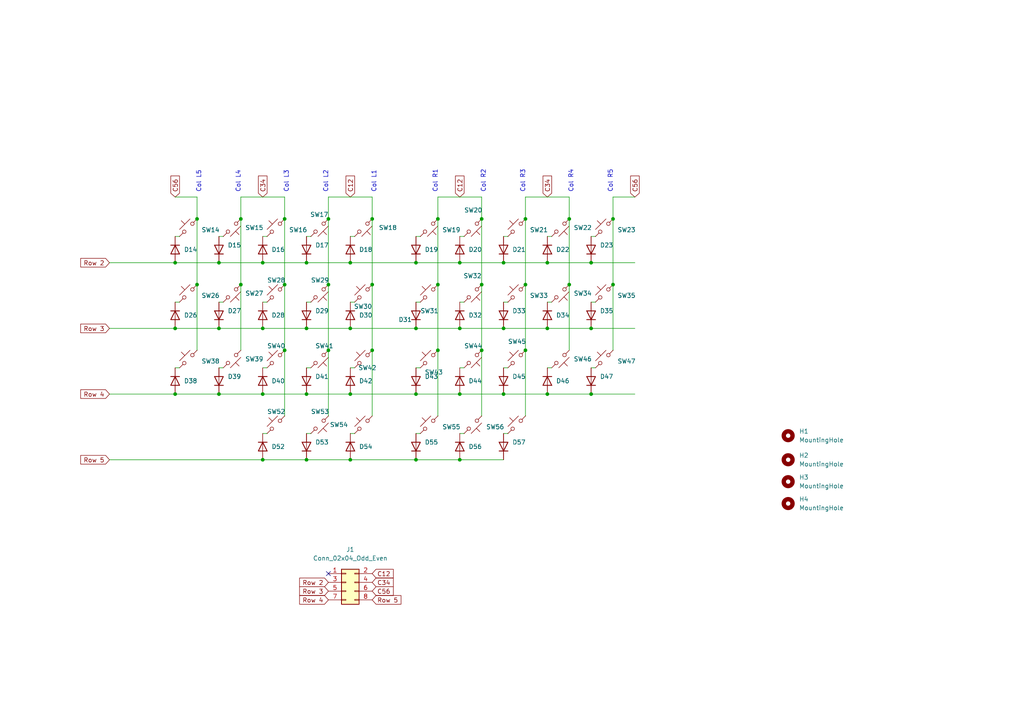
<source format=kicad_sch>
(kicad_sch (version 20230121) (generator eeschema)
  (paper "A4")
  (title_block (title "36A") (date "2023-05-24") (rev "1") (company "Pragmatic Inc."))
  (lib_symbols
    (symbol "Connector_Generic:Conn_02x04_Odd_Even" (pin_names (offset 1.016) hide)
      (property "Reference" "J" (at 1.27 5.08 0))
      (property "Value" "Conn_02x04_Odd_Even" (at 1.27 -7.62 0))
      (symbol "Conn_02x04_Odd_Even_1_1"
        (rectangle (start -1.27 -4.953) (end 0 -5.207) (stroke (width 0.1524)))
        (rectangle (start -1.27 -2.413) (end 0 -2.667) (stroke (width 0.1524)))
        (rectangle (start -1.27 0.127) (end 0 -0.127) (stroke (width 0.1524)))
        (rectangle (start -1.27 2.667) (end 0 2.413) (stroke (width 0.1524)))
        (rectangle (start -1.27 3.81) (end 3.81 -6.35) (stroke (width 0.254)) (fill (type background)))
        (rectangle (start 3.81 -4.953) (end 2.54 -5.207) (stroke (width 0.1524)))
        (rectangle (start 3.81 -2.413) (end 2.54 -2.667) (stroke (width 0.1524)))
        (rectangle (start 3.81 0.127) (end 2.54 -0.127) (stroke (width 0.1524)))
        (rectangle (start 3.81 2.667) (end 2.54 2.413) (stroke (width 0.1524)))
        (pin passive line (at -5.08 2.54 0) (length 3.81) (name "Pin_1") (number "1"))
        (pin passive line (at 7.62 2.54 180) (length 3.81) (name "Pin_2") (number "2"))
        (pin passive line (at -5.08 0 0) (length 3.81) (name "Pin_3") (number "3"))
        (pin passive line (at 7.62 0 180) (length 3.81) (name "Pin_4") (number "4"))
        (pin passive line (at -5.08 -2.54 0) (length 3.81) (name "Pin_5") (number "5"))
        (pin passive line (at 7.62 -2.54 180) (length 3.81) (name "Pin_6") (number "6"))
        (pin passive line (at -5.08 -5.08 0) (length 3.81) (name "Pin_7") (number "7"))
        (pin passive line (at 7.62 -5.08 180) (length 3.81) (name "Pin_8") (number "8"))
      )
    )
    (symbol "Diode:1N4448W" (pin_numbers hide) (pin_names hide)
      (property "Reference" "D" (at 0 2.54 0))
      (property "Value" "1N4448W" (at 0 -2.54 0))
      (symbol "1N4448W_0_1"
        (polyline (pts (xy -1.27 1.27) (xy -1.27 -1.27)) (stroke (width 0.254)))
        (polyline (pts (xy 1.27 0) (xy -1.27 0)))
        (polyline (pts (xy 1.27 1.27) (xy 1.27 -1.27) (xy -1.27 0) (xy 1.27 1.27)) (stroke (width 0.254)))
      )
      (symbol "1N4448W_1_1"
        (pin passive line (at -3.81 0 0) (length 2.54) (name "K") (number "1"))
        (pin passive line (at 3.81 0 180) (length 2.54) (name "A") (number "2"))
      )
    )
    (symbol "Mechanical:MountingHole" (pin_names (offset 1.016))
      (property "Reference" "H" (at 0 5.08 0))
      (property "Value" "MountingHole" (at 0 3.175 0))
      (symbol "MountingHole_0_1"
        (circle (center 0 0) (radius 1.27) (stroke (width 1.27)))
      )
    )
    (symbol "Switch:SW_Push_45deg" (pin_numbers hide) (pin_names (offset 1.016) hide)
      (property "Reference" "SW" (at 3.048 1.016 0))
      (property "Value" "SW_Push_45deg" (at 0 -3.81 0))
      (symbol "SW_Push_45deg_0_1"
        (circle (center -1.1684 1.1684) (radius 0.508))
        (polyline (pts (xy -0.508 2.54) (xy 2.54 -0.508)))
        (polyline (pts (xy 1.016 1.016) (xy 2.032 2.032)))
        (polyline (pts (xy -2.54 2.54) (xy -1.524 1.524) (xy -1.524 1.524)))
        (polyline (pts (xy 1.524 -1.524) (xy 2.54 -2.54) (xy 2.54 -2.54) (xy 2.54 -2.54)))
        (circle (center 1.143 -1.1938) (radius 0.508))
        (pin passive line (at -2.54 2.54 0) (length 0) (name "1") (number "1"))
        (pin passive line (at 2.54 -2.54 180) (length 0) (name "2") (number "2"))
      )
    )
  )
  (junction (at 139.7 101.6))
  (junction (at 101.6 95.25))
  (junction (at 146.05 95.25))
  (junction (at 88.9 95.25))
  (junction (at 177.8 82.55))
  (junction (at 82.55 63.5))
  (junction (at 57.15 63.5))
  (junction (at 171.45 76.2))
  (junction (at 63.5 76.2))
  (junction (at 95.25 63.5))
  (junction (at 101.6 133.35))
  (junction (at 171.45 95.25))
  (junction (at 152.4 63.5))
  (junction (at 57.15 82.55))
  (junction (at 158.75 95.25))
  (junction (at 50.8 95.25))
  (junction (at 127 63.5))
  (junction (at 88.9 114.3))
  (junction (at 82.55 82.55))
  (junction (at 76.2 114.3))
  (junction (at 76.2 133.35))
  (junction (at 127 101.6))
  (junction (at 107.95 63.5))
  (junction (at 139.7 82.55))
  (junction (at 139.7 63.5))
  (junction (at 127 82.55))
  (junction (at 120.65 76.2))
  (junction (at 120.65 133.35))
  (junction (at 165.1 63.5))
  (junction (at 133.35 95.25))
  (junction (at 133.35 114.3))
  (junction (at 146.05 114.3))
  (junction (at 120.65 114.3))
  (junction (at 63.5 95.25))
  (junction (at 152.4 82.55))
  (junction (at 76.2 95.25))
  (junction (at 88.9 76.2))
  (junction (at 50.8 114.3))
  (junction (at 165.1 82.55))
  (junction (at 133.35 133.35))
  (junction (at 133.35 76.2))
  (junction (at 50.8 76.2))
  (junction (at 101.6 114.3))
  (junction (at 120.65 95.25))
  (junction (at 171.45 114.3))
  (junction (at 76.2 76.2))
  (junction (at 69.85 63.5))
  (junction (at 69.85 82.55))
  (junction (at 63.5 114.3))
  (junction (at 177.8 63.5))
  (junction (at 101.6 76.2))
  (junction (at 95.25 82.55))
  (junction (at 158.75 76.2))
  (junction (at 95.25 101.6))
  (junction (at 158.75 114.3))
  (junction (at 82.55 101.6))
  (junction (at 107.95 82.55))
  (junction (at 152.4 101.6))
  (junction (at 88.9 133.35))
  (junction (at 107.95 101.6))
  (junction (at 146.05 76.2))
  (no_connect (at 95.25 166.37))
  (wire (pts (xy 177.8 82.55) (xy 177.8 101.6)))
  (wire (pts (xy 95.25 101.6) (xy 95.25 120.65)))
  (wire (pts (xy 50.8 57.15) (xy 57.15 57.15)))
  (wire (pts (xy 172.72 87.63) (xy 171.45 87.63)))
  (wire (pts (xy 76.2 95.25) (xy 88.9 95.25)))
  (wire (pts (xy 76.2 114.3) (xy 88.9 114.3)))
  (wire (pts (xy 76.2 125.73) (xy 77.47 125.73)))
  (wire (pts (xy 165.1 57.15) (xy 165.1 63.5)))
  (wire (pts (xy 120.65 133.35) (xy 133.35 133.35)))
  (wire (pts (xy 69.85 57.15) (xy 69.85 63.5)))
  (wire (pts (xy 158.75 68.58) (xy 160.02 68.58)))
  (wire (pts (xy 76.2 87.63) (xy 77.47 87.63)))
  (wire (pts (xy 171.45 76.2) (xy 184.15 76.2)))
  (wire (pts (xy 158.75 76.2) (xy 171.45 76.2)))
  (wire (pts (xy 146.05 114.3) (xy 158.75 114.3)))
  (wire (pts (xy 76.2 133.35) (xy 88.9 133.35)))
  (wire (pts (xy 64.77 87.63) (xy 63.5 87.63)))
  (wire (pts (xy 133.35 68.58) (xy 134.62 68.58)))
  (wire (pts (xy 31.75 95.25) (xy 50.8 95.25)))
  (wire (pts (xy 147.32 87.63) (xy 146.05 87.63)))
  (wire (pts (xy 121.92 106.68) (xy 120.65 106.68)))
  (wire (pts (xy 95.25 57.15) (xy 107.95 57.15)))
  (wire (pts (xy 127 101.6) (xy 127 120.65)))
  (wire (pts (xy 121.92 68.58) (xy 120.65 68.58)))
  (wire (pts (xy 133.35 114.3) (xy 146.05 114.3)))
  (wire (pts (xy 101.6 106.68) (xy 102.87 106.68)))
  (wire (pts (xy 50.8 76.2) (xy 63.5 76.2)))
  (wire (pts (xy 158.75 114.3) (xy 171.45 114.3)))
  (wire (pts (xy 133.35 87.63) (xy 134.62 87.63)))
  (wire (pts (xy 95.25 82.55) (xy 95.25 101.6)))
  (wire (pts (xy 63.5 95.25) (xy 76.2 95.25)))
  (wire (pts (xy 90.17 68.58) (xy 88.9 68.58)))
  (wire (pts (xy 177.8 57.15) (xy 177.8 63.5)))
  (wire (pts (xy 57.15 82.55) (xy 57.15 101.6)))
  (wire (pts (xy 133.35 133.35) (xy 146.05 133.35)))
  (wire (pts (xy 158.75 106.68) (xy 160.02 106.68)))
  (wire (pts (xy 147.32 106.68) (xy 146.05 106.68)))
  (wire (pts (xy 127 82.55) (xy 127 101.6)))
  (wire (pts (xy 69.85 82.55) (xy 69.85 101.6)))
  (wire (pts (xy 139.7 82.55) (xy 139.7 101.6)))
  (wire (pts (xy 172.72 68.58) (xy 171.45 68.58)))
  (wire (pts (xy 177.8 63.5) (xy 177.8 82.55)))
  (wire (pts (xy 152.4 63.5) (xy 152.4 82.55)))
  (wire (pts (xy 120.65 76.2) (xy 133.35 76.2)))
  (wire (pts (xy 121.92 125.73) (xy 120.65 125.73)))
  (wire (pts (xy 158.75 95.25) (xy 171.45 95.25)))
  (wire (pts (xy 82.55 57.15) (xy 82.55 63.5)))
  (wire (pts (xy 165.1 63.5) (xy 165.1 82.55)))
  (wire (pts (xy 90.17 106.68) (xy 88.9 106.68)))
  (wire (pts (xy 50.8 95.25) (xy 63.5 95.25)))
  (wire (pts (xy 64.77 68.58) (xy 63.5 68.58)))
  (wire (pts (xy 88.9 76.2) (xy 101.6 76.2)))
  (wire (pts (xy 133.35 125.73) (xy 134.62 125.73)))
  (wire (pts (xy 147.32 125.73) (xy 146.05 125.73)))
  (wire (pts (xy 120.65 114.3) (xy 133.35 114.3)))
  (wire (pts (xy 121.92 87.63) (xy 120.65 87.63)))
  (wire (pts (xy 158.75 87.63) (xy 160.02 87.63)))
  (wire (pts (xy 82.55 63.5) (xy 82.55 82.55)))
  (wire (pts (xy 107.95 63.5) (xy 107.95 82.55)))
  (wire (pts (xy 133.35 76.2) (xy 146.05 76.2)))
  (wire (pts (xy 101.6 87.63) (xy 102.87 87.63)))
  (wire (pts (xy 152.4 57.15) (xy 165.1 57.15)))
  (wire (pts (xy 76.2 106.68) (xy 77.47 106.68)))
  (wire (pts (xy 127 63.5) (xy 127 82.55)))
  (wire (pts (xy 107.95 101.6) (xy 107.95 120.65)))
  (wire (pts (xy 133.35 95.25) (xy 146.05 95.25)))
  (wire (pts (xy 50.8 114.3) (xy 63.5 114.3)))
  (wire (pts (xy 165.1 82.55) (xy 165.1 101.6)))
  (wire (pts (xy 31.75 114.3) (xy 50.8 114.3)))
  (wire (pts (xy 90.17 87.63) (xy 88.9 87.63)))
  (wire (pts (xy 76.2 76.2) (xy 88.9 76.2)))
  (wire (pts (xy 152.4 57.15) (xy 152.4 63.5)))
  (wire (pts (xy 88.9 114.3) (xy 101.6 114.3)))
  (wire (pts (xy 139.7 63.5) (xy 139.7 82.55)))
  (wire (pts (xy 88.9 133.35) (xy 101.6 133.35)))
  (wire (pts (xy 107.95 82.55) (xy 107.95 101.6)))
  (wire (pts (xy 127 57.15) (xy 139.7 57.15)))
  (wire (pts (xy 63.5 114.3) (xy 76.2 114.3)))
  (wire (pts (xy 88.9 95.25) (xy 101.6 95.25)))
  (wire (pts (xy 101.6 114.3) (xy 120.65 114.3)))
  (wire (pts (xy 133.35 106.68) (xy 134.62 106.68)))
  (wire (pts (xy 152.4 101.6) (xy 152.4 120.65)))
  (wire (pts (xy 64.77 106.68) (xy 63.5 106.68)))
  (wire (pts (xy 177.8 57.15) (xy 184.15 57.15)))
  (wire (pts (xy 139.7 101.6) (xy 139.7 120.65)))
  (wire (pts (xy 95.25 63.5) (xy 95.25 82.55)))
  (wire (pts (xy 101.6 95.25) (xy 120.65 95.25)))
  (wire (pts (xy 147.32 68.58) (xy 146.05 68.58)))
  (wire (pts (xy 82.55 101.6) (xy 82.55 120.65)))
  (wire (pts (xy 57.15 57.15) (xy 57.15 63.5)))
  (wire (pts (xy 90.17 125.73) (xy 88.9 125.73)))
  (wire (pts (xy 76.2 68.58) (xy 77.47 68.58)))
  (wire (pts (xy 101.6 133.35) (xy 120.65 133.35)))
  (wire (pts (xy 69.85 57.15) (xy 82.55 57.15)))
  (wire (pts (xy 172.72 106.68) (xy 171.45 106.68)))
  (wire (pts (xy 69.85 63.5) (xy 69.85 82.55)))
  (wire (pts (xy 63.5 76.2) (xy 76.2 76.2)))
  (wire (pts (xy 101.6 68.58) (xy 102.87 68.58)))
  (wire (pts (xy 139.7 57.15) (xy 139.7 63.5)))
  (wire (pts (xy 127 57.15) (xy 127 63.5)))
  (wire (pts (xy 152.4 82.55) (xy 152.4 101.6)))
  (wire (pts (xy 31.75 133.35) (xy 76.2 133.35)))
  (wire (pts (xy 50.8 106.68) (xy 52.07 106.68)))
  (wire (pts (xy 171.45 95.25) (xy 184.15 95.25)))
  (wire (pts (xy 120.65 95.25) (xy 133.35 95.25)))
  (wire (pts (xy 50.8 87.63) (xy 52.07 87.63)))
  (wire (pts (xy 57.15 63.5) (xy 57.15 82.55)))
  (wire (pts (xy 171.45 114.3) (xy 184.15 114.3)))
  (wire (pts (xy 101.6 125.73) (xy 102.87 125.73)))
  (wire (pts (xy 101.6 76.2) (xy 120.65 76.2)))
  (wire (pts (xy 146.05 95.25) (xy 158.75 95.25)))
  (wire (pts (xy 107.95 57.15) (xy 107.95 63.5)))
  (wire (pts (xy 31.75 76.2) (xy 50.8 76.2)))
  (wire (pts (xy 146.05 76.2) (xy 158.75 76.2)))
  (wire (pts (xy 95.25 57.15) (xy 95.25 63.5)))
  (wire (pts (xy 50.8 68.58) (xy 52.07 68.58)))
  (wire (pts (xy 82.55 82.55) (xy 82.55 101.6)))
  (text "Col L4" (at 69.85 55.88 90) (effects (font (size 1.27 1.27)) (justify left bottom)))
  (text "Col R1" (at 127 55.88 90) (effects (font (size 1.27 1.27)) (justify left bottom)))
  (text "Col L1" (at 109.22 55.88 90) (effects (font (size 1.27 1.27)) (justify left bottom)))
  (text "Col R5" (at 177.8 55.88 90) (effects (font (size 1.27 1.27)) (justify left bottom)))
  (text "Col R3" (at 152.4 55.88 90) (effects (font (size 1.27 1.27)) (justify left bottom)))
  (text "Col L3" (at 83.82 55.88 90) (effects (font (size 1.27 1.27)) (justify left bottom)))
  (text "Col L5" (at 58.42 55.88 90) (effects (font (size 1.27 1.27)) (justify left bottom)))
  (text "Col R2" (at 140.97 55.88 90) (effects (font (size 1.27 1.27)) (justify left bottom)))
  (text "Col R4" (at 166.37 55.88 90) (effects (font (size 1.27 1.27)) (justify left bottom)))
  (text "Col L2" (at 95.25 55.88 90) (effects (font (size 1.27 1.27)) (justify left bottom)))
  (global_label "Row 4" (shape input) (at 95.25 173.99 180) (property "Intersheetrefs" "${INTERSHEET_REFS}" (effects hide)))
  (global_label "C56" (shape input) (at 107.95 171.45 0) (property "Intersheetrefs" "${INTERSHEET_REFS}" (effects hide)))
  (global_label "C12" (shape input) (at 101.6 57.15 90) (property "Intersheetrefs" "${INTERSHEET_REFS}" (effects hide)))
  (global_label "C34" (shape input) (at 158.75 57.15 90) (property "Intersheetrefs" "${INTERSHEET_REFS}" (effects hide)))
  (global_label "C56" (shape input) (at 184.15 57.15 90) (property "Intersheetrefs" "${INTERSHEET_REFS}" (effects hide)))
  (global_label "C12" (shape input) (at 133.35 57.15 90) (property "Intersheetrefs" "${INTERSHEET_REFS}" (effects hide)))
  (global_label "Row 2" (shape input) (at 31.75 76.2 180) (property "Intersheetrefs" "${INTERSHEET_REFS}" (effects hide)))
  (global_label "Row 5" (shape input) (at 107.95 173.99 0) (property "Intersheetrefs" "${INTERSHEET_REFS}" (effects hide)))
  (global_label "Row 5" (shape input) (at 31.75 133.35 180) (property "Intersheetrefs" "${INTERSHEET_REFS}" (effects hide)))
  (global_label "C56" (shape input) (at 50.8 57.15 90) (property "Intersheetrefs" "${INTERSHEET_REFS}" (effects hide)))
  (global_label "Row 3" (shape input) (at 95.25 171.45 180) (property "Intersheetrefs" "${INTERSHEET_REFS}" (effects hide)))
  (global_label "C12" (shape input) (at 107.95 166.37 0) (property "Intersheetrefs" "${INTERSHEET_REFS}" (effects hide)))
  (global_label "Row 4" (shape input) (at 31.75 114.3 180) (property "Intersheetrefs" "${INTERSHEET_REFS}" (effects hide)))
  (global_label "Row 3" (shape input) (at 31.75 95.25 180) (property "Intersheetrefs" "${INTERSHEET_REFS}" (effects hide)))
  (global_label "C34" (shape input) (at 76.2 57.15 90) (property "Intersheetrefs" "${INTERSHEET_REFS}" (effects hide)))
  (global_label "Row 2" (shape input) (at 95.25 168.91 180) (property "Intersheetrefs" "${INTERSHEET_REFS}" (effects hide)))
  (global_label "C34" (shape input) (at 107.95 168.91 0) (property "Intersheetrefs" "${INTERSHEET_REFS}" (effects hide)))
  (symbol (lib_id "Diode:1N4448W") (at 146.05 72.39 90) (unit 1)
    (property "Reference" "D21" (at 148.59 72.3899 90) (effects (justify right)))
    (property "Value" "1N4448W" (effects hide))
    (property "Footprint" "Keyboard_Foostan:D3_SMD_v2" (effects hide))
    (property "Datasheet" "https://www.vishay.com/docs/85722/1n4448w.pdf" (effects hide))
  )
  (symbol (lib_id "Switch:SW_Push_45deg") (at 54.61 66.04 90) (unit 1)
    (property "Reference" "SW14" (at 58.42 66.675 90) (effects (justify right)))
    (property "Value" "SW_Push_45deg" (effects hide))
    (property "Footprint" "Keyboard_JSA:MX_Hotswap Reverse" (effects hide))
  )
  (symbol (lib_id "Switch:SW_Push_45deg") (at 149.86 85.09 90) (unit 1)
    (property "Reference" "SW33" (at 153.67 85.725 90) (effects (justify right)))
    (property "Value" "SW_Push_45deg" (effects hide))
    (property "Footprint" "Keyboard_JSA:MX_Hotswap" (effects hide))
  )
  (symbol (lib_id "Diode:1N4448W") (at 120.65 72.39 90) (unit 1)
    (property "Reference" "D19" (at 123.19 72.3899 90) (effects (justify right)))
    (property "Value" "1N4448W" (effects hide))
    (property "Footprint" "Keyboard_Foostan:D3_SMD_v2" (effects hide))
    (property "Datasheet" "https://www.vishay.com/docs/85722/1n4448w.pdf" (effects hide))
  )
  (symbol (lib_id "Switch:SW_Push_45deg") (at 149.86 66.04 90) (unit 1)
    (property "Reference" "SW21" (at 153.67 66.675 90) (effects (justify right)))
    (property "Value" "SW_Push_45deg" (effects hide))
    (property "Footprint" "Keyboard_JSA:MX_Hotswap" (effects hide))
  )
  (symbol (lib_id "Switch:SW_Push_45deg") (at 105.41 123.19 90) (unit 1)
    (property "Reference" "SW54" (at 100.965 123.19 90) (effects (justify left)))
    (property "Value" "SW_Push_45deg" (effects hide))
    (property "Footprint" "Keyboard_JSA:MX_Hotswap Reverse" (effects hide))
  )
  (symbol (lib_id "Diode:1N4448W") (at 120.65 110.49 90) (unit 1)
    (property "Reference" "D43" (at 123.19 109.2199 90) (effects (justify right)))
    (property "Value" "1N4448W" (effects hide))
    (property "Footprint" "Keyboard_Foostan:D3_SMD_v2" (effects hide))
    (property "Datasheet" "https://www.vishay.com/docs/85722/1n4448w.pdf" (effects hide))
  )
  (symbol (lib_id "Switch:SW_Push_45deg") (at 149.86 104.14 90) (unit 1)
    (property "Reference" "SW45" (at 147.32 99.06 90) (effects (justify right)))
    (property "Value" "SW_Push_45deg" (effects hide))
    (property "Footprint" "Keyboard_JSA:MX_Hotswap" (effects hide))
  )
  (symbol (lib_id "Switch:SW_Push_45deg") (at 80.01 85.09 90) (unit 1)
    (property "Reference" "SW28" (at 77.47 81.28 90) (effects (justify right)))
    (property "Value" "SW_Push_45deg" (effects hide))
    (property "Footprint" "Keyboard_JSA:MX_Hotswap Reverse" (effects hide))
  )
  (symbol (lib_id "Mechanical:MountingHole") (at 228.6 139.7 0) (unit 1)
    (property "Reference" "H3" (at 231.775 138.4299 0) (effects (justify left)))
    (property "Value" "MountingHole" (at 231.775 140.9699 0) (effects (justify left)))
    (property "Footprint" "MountingHole:MountingHole_3.2mm_M3_DIN965" (effects hide))
  )
  (symbol (lib_id "Diode:1N4448W") (at 88.9 72.39 90) (unit 1)
    (property "Reference" "D17" (at 91.44 71.1199 90) (effects (justify right)))
    (property "Value" "1N4448W" (effects hide))
    (property "Footprint" "Keyboard_Foostan:D3_SMD_v2" (effects hide))
    (property "Datasheet" "https://www.vishay.com/docs/85722/1n4448w.pdf" (effects hide))
  )
  (symbol (lib_id "Diode:1N4448W") (at 63.5 72.39 90) (unit 1)
    (property "Reference" "D15" (at 66.04 71.1199 90) (effects (justify right)))
    (property "Value" "1N4448W" (effects hide))
    (property "Footprint" "Keyboard_Foostan:D3_SMD_v2" (effects hide))
    (property "Datasheet" "https://www.vishay.com/docs/85722/1n4448w.pdf" (effects hide))
  )
  (symbol (lib_id "Switch:SW_Push_45deg") (at 137.16 66.04 270) (unit 1)
    (property "Reference" "SW20" (at 134.62 60.96 90) (effects (justify left)))
    (property "Value" "SW_Push_45deg" (effects hide))
    (property "Footprint" "Keyboard_JSA:MX_Hotswap" (effects hide))
  )
  (symbol (lib_id "Diode:1N4448W") (at 88.9 110.49 90) (unit 1)
    (property "Reference" "D41" (at 91.44 109.2199 90) (effects (justify right)))
    (property "Value" "1N4448W" (effects hide))
    (property "Footprint" "Keyboard_Foostan:D3_SMD_v2" (effects hide))
    (property "Datasheet" "https://www.vishay.com/docs/85722/1n4448w.pdf" (effects hide))
  )
  (symbol (lib_id "Switch:SW_Push_45deg") (at 67.31 85.09 270) (unit 1)
    (property "Reference" "SW27" (at 71.12 85.0899 90) (effects (justify left)))
    (property "Value" "SW_Push_45deg" (effects hide))
    (property "Footprint" "Keyboard_JSA:MX_Hotswap Reverse" (effects hide))
  )
  (symbol (lib_id "Switch:SW_Push_45deg") (at 175.26 85.09 90) (unit 1)
    (property "Reference" "SW35" (at 179.07 85.725 90) (effects (justify right)))
    (property "Value" "SW_Push_45deg" (effects hide))
    (property "Footprint" "Keyboard_JSA:MX_Hotswap" (effects hide))
  )
  (symbol (lib_id "Switch:SW_Push_45deg") (at 137.16 85.09 270) (unit 1)
    (property "Reference" "SW32" (at 139.7 80.01 90) (effects (justify right)))
    (property "Value" "SW_Push_45deg" (effects hide))
    (property "Footprint" "Keyboard_JSA:MX_Hotswap" (effects hide))
  )
  (symbol (lib_id "Switch:SW_Push_45deg") (at 54.61 104.14 90) (unit 1)
    (property "Reference" "SW38" (at 58.42 104.775 90) (effects (justify right)))
    (property "Value" "SW_Push_45deg" (effects hide))
    (property "Footprint" "Keyboard_JSA:MX_Hotswap Reverse" (effects hide))
  )
  (symbol (lib_id "Switch:SW_Push_45deg") (at 124.46 85.09 90) (unit 1)
    (property "Reference" "SW31" (at 121.92 90.17 90) (effects (justify right)))
    (property "Value" "SW_Push_45deg" (effects hide))
    (property "Footprint" "Keyboard_JSA:MX_Hotswap" (effects hide))
  )
  (symbol (lib_id "Diode:1N4448W") (at 120.65 91.44 90) (unit 1)
    (property "Reference" "D31" (at 115.57 92.71 90) (effects (justify right)))
    (property "Value" "1N4448W" (effects hide))
    (property "Footprint" "Keyboard_Foostan:D3_SMD_v2" (effects hide))
    (property "Datasheet" "https://www.vishay.com/docs/85722/1n4448w.pdf" (effects hide))
  )
  (symbol (lib_id "Mechanical:MountingHole") (at 228.6 146.05 0) (unit 1)
    (property "Reference" "H4" (at 231.775 144.7799 0) (effects (justify left)))
    (property "Value" "MountingHole" (at 231.775 147.3199 0) (effects (justify left)))
    (property "Footprint" "MountingHole:MountingHole_3.2mm_M3_DIN965" (effects hide))
  )
  (symbol (lib_id "Diode:1N4448W") (at 76.2 110.49 270) (unit 1)
    (property "Reference" "D40" (at 78.74 110.4899 90) (effects (justify left)))
    (property "Value" "1N4448W" (effects hide))
    (property "Footprint" "Keyboard_Foostan:D3_SMD_v2" (effects hide))
    (property "Datasheet" "https://www.vishay.com/docs/85722/1n4448w.pdf" (effects hide))
  )
  (symbol (lib_id "Diode:1N4448W") (at 120.65 129.54 90) (unit 1)
    (property "Reference" "D55" (at 123.19 128.2699 90) (effects (justify right)))
    (property "Value" "1N4448W" (effects hide))
    (property "Footprint" "Keyboard_Foostan:D3_SMD_v2" (effects hide))
    (property "Datasheet" "https://www.vishay.com/docs/85722/1n4448w.pdf" (effects hide))
  )
  (symbol (lib_id "Diode:1N4448W") (at 76.2 129.54 270) (unit 1)
    (property "Reference" "D52" (at 78.74 129.5399 90) (effects (justify left)))
    (property "Value" "1N4448W" (effects hide))
    (property "Footprint" "Keyboard_Foostan:D3_SMD_v2" (effects hide))
    (property "Datasheet" "https://www.vishay.com/docs/85722/1n4448w.pdf" (effects hide))
  )
  (symbol (lib_id "Switch:SW_Push_45deg") (at 162.56 66.04 270) (unit 1)
    (property "Reference" "SW22" (at 166.37 66.0399 90) (effects (justify left)))
    (property "Value" "SW_Push_45deg" (effects hide))
    (property "Footprint" "Keyboard_JSA:MX_Hotswap" (effects hide))
  )
  (symbol (lib_id "Diode:1N4448W") (at 133.35 72.39 270) (unit 1)
    (property "Reference" "D20" (at 135.89 72.3899 90) (effects (justify left)))
    (property "Value" "1N4448W" (effects hide))
    (property "Footprint" "Keyboard_Foostan:D3_SMD_v2" (effects hide))
    (property "Datasheet" "https://www.vishay.com/docs/85722/1n4448w.pdf" (effects hide))
  )
  (symbol (lib_id "Switch:SW_Push_45deg") (at 137.16 123.19 270) (unit 1)
    (property "Reference" "SW56" (at 140.97 123.825 90) (effects (justify left)))
    (property "Value" "SW_Push_45deg" (effects hide))
    (property "Footprint" "Keyboard_JSA:MX_Hotswap_KH" (effects hide))
  )
  (symbol (lib_id "Diode:1N4448W") (at 101.6 91.44 270) (unit 1)
    (property "Reference" "D30" (at 104.14 91.4399 90) (effects (justify left)))
    (property "Value" "1N4448W" (effects hide))
    (property "Footprint" "Keyboard_Foostan:D3_SMD_v2" (effects hide))
    (property "Datasheet" "https://www.vishay.com/docs/85722/1n4448w.pdf" (effects hide))
  )
  (symbol (lib_id "Diode:1N4448W") (at 101.6 110.49 270) (unit 1)
    (property "Reference" "D42" (at 104.14 110.4899 90) (effects (justify left)))
    (property "Value" "1N4448W" (effects hide))
    (property "Footprint" "Keyboard_Foostan:D3_SMD_v2" (effects hide))
    (property "Datasheet" "https://www.vishay.com/docs/85722/1n4448w.pdf" (effects hide))
  )
  (symbol (lib_id "Switch:SW_Push_45deg") (at 124.46 123.19 90) (unit 1)
    (property "Reference" "SW55" (at 128.27 123.825 90) (effects (justify right)))
    (property "Value" "SW_Push_45deg" (effects hide))
    (property "Footprint" "Keyboard_JSA:MX_Hotswap_KH" (effects hide))
  )
  (symbol (lib_id "Mechanical:MountingHole") (at 228.6 133.35 0) (unit 1)
    (property "Reference" "H2" (at 231.775 132.0799 0) (effects (justify left)))
    (property "Value" "MountingHole" (at 231.775 134.6199 0) (effects (justify left)))
    (property "Footprint" "MountingHole:MountingHole_3.2mm_M3_DIN965" (effects hide))
  )
  (symbol (lib_id "Switch:SW_Push_45deg") (at 162.56 104.14 270) (unit 1)
    (property "Reference" "SW46" (at 166.37 104.1399 90) (effects (justify left)))
    (property "Value" "SW_Push_45deg" (effects hide))
    (property "Footprint" "Keyboard_JSA:MX_Hotswap" (effects hide))
  )
  (symbol (lib_id "Switch:SW_Push_45deg") (at 105.41 85.09 90) (unit 1)
    (property "Reference" "SW30" (at 107.95 88.9 90) (effects (justify left)))
    (property "Value" "SW_Push_45deg" (effects hide))
    (property "Footprint" "Keyboard_JSA:MX_Hotswap Reverse" (effects hide))
  )
  (symbol (lib_id "Connector_Generic:Conn_02x04_Odd_Even") (at 100.33 168.91 0) (unit 1)
    (property "Reference" "J1" (at 101.6 159.385 0))
    (property "Value" "Conn_02x04_Odd_Even" (at 101.6 161.925 0))
    (property "Footprint" "Keyboard_JSA:matrix_connector" (effects hide))
  )
  (symbol (lib_id "Diode:1N4448W") (at 101.6 72.39 270) (unit 1)
    (property "Reference" "D18" (at 104.14 72.3899 90) (effects (justify left)))
    (property "Value" "1N4448W" (effects hide))
    (property "Footprint" "Keyboard_Foostan:D3_SMD_v2" (effects hide))
    (property "Datasheet" "https://www.vishay.com/docs/85722/1n4448w.pdf" (effects hide))
  )
  (symbol (lib_id "Diode:1N4448W") (at 63.5 110.49 90) (unit 1)
    (property "Reference" "D39" (at 66.04 109.2199 90) (effects (justify right)))
    (property "Value" "1N4448W" (effects hide))
    (property "Footprint" "Keyboard_Foostan:D3_SMD_v2" (effects hide))
    (property "Datasheet" "https://www.vishay.com/docs/85722/1n4448w.pdf" (effects hide))
  )
  (symbol (lib_id "Diode:1N4448W") (at 158.75 110.49 270) (unit 1)
    (property "Reference" "D46" (at 161.29 110.4899 90) (effects (justify left)))
    (property "Value" "1N4448W" (effects hide))
    (property "Footprint" "Keyboard_Foostan:D3_SMD_v2" (effects hide))
    (property "Datasheet" "https://www.vishay.com/docs/85722/1n4448w.pdf" (effects hide))
  )
  (symbol (lib_id "Switch:SW_Push_45deg") (at 149.86 123.19 90) (unit 1)
    (property "Reference" "SW57" (effects hide))
    (property "Value" "SW_Push_45deg" (effects hide))
    (property "Footprint" "Keyboard_JSA:MX_Hotswap_KH" (effects hide))
  )
  (symbol (lib_id "Switch:SW_Push_45deg") (at 67.31 66.04 270) (unit 1)
    (property "Reference" "SW15" (at 71.12 66.0399 90) (effects (justify left)))
    (property "Value" "SW_Push_45deg" (effects hide))
    (property "Footprint" "Keyboard_JSA:MX_Hotswap Reverse" (effects hide))
  )
  (symbol (lib_id "Diode:1N4448W") (at 101.6 129.54 270) (unit 1)
    (property "Reference" "D54" (at 104.14 129.5399 90) (effects (justify left)))
    (property "Value" "1N4448W" (effects hide))
    (property "Footprint" "Keyboard_Foostan:D3_SMD_v2" (effects hide))
    (property "Datasheet" "https://www.vishay.com/docs/85722/1n4448w.pdf" (effects hide))
  )
  (symbol (lib_id "Diode:1N4448W") (at 146.05 129.54 90) (unit 1)
    (property "Reference" "D57" (at 148.59 128.2699 90) (effects (justify right)))
    (property "Value" "1N4448W" (effects hide))
    (property "Footprint" "Keyboard_Foostan:D3_SMD_v2" (effects hide))
    (property "Datasheet" "https://www.vishay.com/docs/85722/1n4448w.pdf" (effects hide))
  )
  (symbol (lib_id "Switch:SW_Push_45deg") (at 105.41 104.14 90) (unit 1)
    (property "Reference" "SW42" (at 109.22 106.68 90) (effects (justify left)))
    (property "Value" "SW_Push_45deg" (effects hide))
    (property "Footprint" "Keyboard_JSA:MX_Hotswap Reverse" (effects hide))
  )
  (symbol (lib_id "Switch:SW_Push_45deg") (at 54.61 85.09 90) (unit 1)
    (property "Reference" "SW26" (at 58.42 85.725 90) (effects (justify right)))
    (property "Value" "SW_Push_45deg" (effects hide))
    (property "Footprint" "Keyboard_JSA:MX_Hotswap Reverse" (effects hide))
  )
  (symbol (lib_id "Switch:SW_Push_45deg") (at 175.26 104.14 90) (unit 1)
    (property "Reference" "SW47" (at 179.07 104.775 90) (effects (justify right)))
    (property "Value" "SW_Push_45deg" (effects hide))
    (property "Footprint" "Keyboard_JSA:MX_Hotswap" (effects hide))
  )
  (symbol (lib_id "Diode:1N4448W") (at 133.35 91.44 270) (unit 1)
    (property "Reference" "D32" (at 135.89 91.4399 90) (effects (justify left)))
    (property "Value" "1N4448W" (effects hide))
    (property "Footprint" "Keyboard_Foostan:D3_SMD_v2" (effects hide))
    (property "Datasheet" "https://www.vishay.com/docs/85722/1n4448w.pdf" (effects hide))
  )
  (symbol (lib_id "Diode:1N4448W") (at 50.8 72.39 270) (unit 1)
    (property "Reference" "D14" (at 53.34 72.3899 90) (effects (justify left)))
    (property "Value" "1N4448W" (effects hide))
    (property "Footprint" "Keyboard_Foostan:D3_SMD_v2" (effects hide))
    (property "Datasheet" "https://www.vishay.com/docs/85722/1n4448w.pdf" (effects hide))
  )
  (symbol (lib_id "Switch:SW_Push_45deg") (at 92.71 85.09 270) (unit 1)
    (property "Reference" "SW29" (at 90.17 81.28 90) (effects (justify left)))
    (property "Value" "SW_Push_45deg" (effects hide))
    (property "Footprint" "Keyboard_JSA:MX_Hotswap Reverse" (effects hide))
  )
  (symbol (lib_id "Diode:1N4448W") (at 158.75 91.44 270) (unit 1)
    (property "Reference" "D34" (at 161.29 91.4399 90) (effects (justify left)))
    (property "Value" "1N4448W" (effects hide))
    (property "Footprint" "Keyboard_Foostan:D3_SMD_v2" (effects hide))
    (property "Datasheet" "https://www.vishay.com/docs/85722/1n4448w.pdf" (effects hide))
  )
  (symbol (lib_id "Diode:1N4448W") (at 146.05 110.49 90) (unit 1)
    (property "Reference" "D45" (at 148.59 109.2199 90) (effects (justify right)))
    (property "Value" "1N4448W" (effects hide))
    (property "Footprint" "Keyboard_Foostan:D3_SMD_v2" (effects hide))
    (property "Datasheet" "https://www.vishay.com/docs/85722/1n4448w.pdf" (effects hide))
  )
  (symbol (lib_id "Diode:1N4448W") (at 158.75 72.39 270) (unit 1)
    (property "Reference" "D22" (at 161.29 72.3899 90) (effects (justify left)))
    (property "Value" "1N4448W" (effects hide))
    (property "Footprint" "Keyboard_Foostan:D3_SMD_v2" (effects hide))
    (property "Datasheet" "https://www.vishay.com/docs/85722/1n4448w.pdf" (effects hide))
  )
  (symbol (lib_id "Switch:SW_Push_45deg") (at 137.16 104.14 270) (unit 1)
    (property "Reference" "SW44" (at 134.62 100.33 90) (effects (justify left)))
    (property "Value" "SW_Push_45deg" (effects hide))
    (property "Footprint" "Keyboard_JSA:MX_Hotswap" (effects hide))
  )
  (symbol (lib_id "Switch:SW_Push_45deg") (at 67.31 104.14 270) (unit 1)
    (property "Reference" "SW39" (at 71.12 104.1399 90) (effects (justify left)))
    (property "Value" "SW_Push_45deg" (effects hide))
    (property "Footprint" "Keyboard_JSA:MX_Hotswap Reverse" (effects hide))
  )
  (symbol (lib_id "Diode:1N4448W") (at 50.8 110.49 270) (unit 1)
    (property "Reference" "D38" (at 53.34 110.4899 90) (effects (justify left)))
    (property "Value" "1N4448W" (effects hide))
    (property "Footprint" "Keyboard_Foostan:D3_SMD_v2" (effects hide))
    (property "Datasheet" "https://www.vishay.com/docs/85722/1n4448w.pdf" (effects hide))
  )
  (symbol (lib_id "Diode:1N4448W") (at 63.5 91.44 90) (unit 1)
    (property "Reference" "D27" (at 66.04 90.1699 90) (effects (justify right)))
    (property "Value" "1N4448W" (effects hide))
    (property "Footprint" "Keyboard_Foostan:D3_SMD_v2" (effects hide))
    (property "Datasheet" "https://www.vishay.com/docs/85722/1n4448w.pdf" (effects hide))
  )
  (symbol (lib_id "Diode:1N4448W") (at 50.8 91.44 270) (unit 1)
    (property "Reference" "D26" (at 53.34 91.4399 90) (effects (justify left)))
    (property "Value" "1N4448W" (effects hide))
    (property "Footprint" "Keyboard_Foostan:D3_SMD_v2" (effects hide))
    (property "Datasheet" "https://www.vishay.com/docs/85722/1n4448w.pdf" (effects hide))
  )
  (symbol (lib_id "Diode:1N4448W") (at 88.9 129.54 90) (unit 1)
    (property "Reference" "D53" (at 91.44 128.2699 90) (effects (justify right)))
    (property "Value" "1N4448W" (effects hide))
    (property "Footprint" "Keyboard_Foostan:D3_SMD_v2" (effects hide))
    (property "Datasheet" "https://www.vishay.com/docs/85722/1n4448w.pdf" (effects hide))
  )
  (symbol (lib_id "Mechanical:MountingHole") (at 228.6 126.365 0) (unit 1)
    (property "Reference" "H1" (at 231.775 125.0949 0) (effects (justify left)))
    (property "Value" "MountingHole" (at 231.775 127.6349 0) (effects (justify left)))
    (property "Footprint" "MountingHole:MountingHole_3.2mm_M3_DIN965" (effects hide))
  )
  (symbol (lib_id "Switch:SW_Push_45deg") (at 80.01 66.04 90) (unit 1)
    (property "Reference" "SW16" (at 83.82 66.675 90) (effects (justify right)))
    (property "Value" "SW_Push_45deg" (effects hide))
    (property "Footprint" "Keyboard_JSA:MX_Hotswap Reverse" (effects hide))
  )
  (symbol (lib_id "Diode:1N4448W") (at 171.45 91.44 90) (unit 1)
    (property "Reference" "D35" (at 173.99 90.1699 90) (effects (justify right)))
    (property "Value" "1N4448W" (effects hide))
    (property "Footprint" "Keyboard_Foostan:D3_SMD_v2" (effects hide))
    (property "Datasheet" "https://www.vishay.com/docs/85722/1n4448w.pdf" (effects hide))
  )
  (symbol (lib_id "Switch:SW_Push_45deg") (at 105.41 66.04 270) (unit 1)
    (property "Reference" "SW18" (at 109.855 66.04 90) (effects (justify left)))
    (property "Value" "SW_Push_45deg" (effects hide))
    (property "Footprint" "Keyboard_JSA:MX_Hotswap Reverse" (effects hide))
  )
  (symbol (lib_id "Switch:SW_Push_45deg") (at 124.46 104.14 90) (unit 1)
    (property "Reference" "SW43" (at 123.19 107.95 90) (effects (justify right)))
    (property "Value" "SW_Push_45deg" (effects hide))
    (property "Footprint" "Keyboard_JSA:MX_Hotswap" (effects hide))
  )
  (symbol (lib_id "Diode:1N4448W") (at 76.2 91.44 270) (unit 1)
    (property "Reference" "D28" (at 78.74 91.4399 90) (effects (justify left)))
    (property "Value" "1N4448W" (effects hide))
    (property "Footprint" "Keyboard_Foostan:D3_SMD_v2" (effects hide))
    (property "Datasheet" "https://www.vishay.com/docs/85722/1n4448w.pdf" (effects hide))
  )
  (symbol (lib_id "Diode:1N4448W") (at 133.35 110.49 270) (unit 1)
    (property "Reference" "D44" (at 135.89 110.4899 90) (effects (justify left)))
    (property "Value" "1N4448W" (effects hide))
    (property "Footprint" "Keyboard_Foostan:D3_SMD_v2" (effects hide))
    (property "Datasheet" "https://www.vishay.com/docs/85722/1n4448w.pdf" (effects hide))
  )
  (symbol (lib_id "Switch:SW_Push_45deg") (at 80.01 123.19 90) (unit 1)
    (property "Reference" "SW52" (at 77.47 119.38 90) (effects (justify right)))
    (property "Value" "SW_Push_45deg" (effects hide))
    (property "Footprint" "Keyboard_JSA:MX_Hotswap Reverse" (effects hide))
  )
  (symbol (lib_id "Switch:SW_Push_45deg") (at 162.56 85.09 270) (unit 1)
    (property "Reference" "SW34" (at 166.37 85.0899 90) (effects (justify left)))
    (property "Value" "SW_Push_45deg" (effects hide))
    (property "Footprint" "Keyboard_JSA:MX_Hotswap" (effects hide))
  )
  (symbol (lib_id "Switch:SW_Push_45deg") (at 92.71 104.14 270) (unit 1)
    (property "Reference" "SW41" (at 91.44 100.33 90) (effects (justify left)))
    (property "Value" "SW_Push_45deg" (effects hide))
    (property "Footprint" "Keyboard_JSA:MX_Hotswap Reverse" (effects hide))
  )
  (symbol (lib_id "Switch:SW_Push_45deg") (at 92.71 66.04 270) (unit 1)
    (property "Reference" "SW17" (at 95.25 62.23 90) (effects (justify right)))
    (property "Value" "SW_Push_45deg" (effects hide))
    (property "Footprint" "Keyboard_JSA:MX_Hotswap Reverse" (effects hide))
  )
  (symbol (lib_id "Diode:1N4448W") (at 133.35 129.54 270) (unit 1)
    (property "Reference" "D56" (at 135.89 129.5399 90) (effects (justify left)))
    (property "Value" "1N4448W" (effects hide))
    (property "Footprint" "Keyboard_Foostan:D3_SMD_v2" (effects hide))
    (property "Datasheet" "https://www.vishay.com/docs/85722/1n4448w.pdf" (effects hide))
  )
  (symbol (lib_id "Switch:SW_Push_45deg") (at 175.26 66.04 90) (unit 1)
    (property "Reference" "SW23" (at 179.07 66.675 90) (effects (justify right)))
    (property "Value" "SW_Push_45deg" (effects hide))
    (property "Footprint" "Keyboard_JSA:MX_Hotswap" (effects hide))
  )
  (symbol (lib_id "Diode:1N4448W") (at 171.45 72.39 90) (unit 1)
    (property "Reference" "D23" (at 173.99 71.1199 90) (effects (justify right)))
    (property "Value" "1N4448W" (effects hide))
    (property "Footprint" "Keyboard_Foostan:D3_SMD_v2" (effects hide))
    (property "Datasheet" "https://www.vishay.com/docs/85722/1n4448w.pdf" (effects hide))
  )
  (symbol (lib_id "Switch:SW_Push_45deg") (at 92.71 123.19 270) (unit 1)
    (property "Reference" "SW53" (at 90.17 119.38 90) (effects (justify left)))
    (property "Value" "SW_Push_45deg" (effects hide))
    (property "Footprint" "Keyboard_JSA:MX_Hotswap Reverse" (effects hide))
  )
  (symbol (lib_id "Diode:1N4448W") (at 76.2 72.39 270) (unit 1)
    (property "Reference" "D16" (at 78.74 72.3899 90) (effects (justify left)))
    (property "Value" "1N4448W" (effects hide))
    (property "Footprint" "Keyboard_Foostan:D3_SMD_v2" (effects hide))
    (property "Datasheet" "https://www.vishay.com/docs/85722/1n4448w.pdf" (effects hide))
  )
  (symbol (lib_id "Switch:SW_Push_45deg") (at 80.01 104.14 90) (unit 1)
    (property "Reference" "SW40" (at 77.47 100.33 90) (effects (justify right)))
    (property "Value" "SW_Push_45deg" (effects hide))
    (property "Footprint" "Keyboard_JSA:MX_Hotswap Reverse" (effects hide))
  )
  (symbol (lib_id "Diode:1N4448W") (at 146.05 91.44 90) (unit 1)
    (property "Reference" "D33" (at 148.59 90.1699 90) (effects (justify right)))
    (property "Value" "1N4448W" (effects hide))
    (property "Footprint" "Keyboard_Foostan:D3_SMD_v2" (effects hide))
    (property "Datasheet" "https://www.vishay.com/docs/85722/1n4448w.pdf" (effects hide))
  )
  (symbol (lib_id "Diode:1N4448W") (at 88.9 91.44 90) (unit 1)
    (property "Reference" "D29" (at 91.44 90.1699 90) (effects (justify right)))
    (property "Value" "1N4448W" (effects hide))
    (property "Footprint" "Keyboard_Foostan:D3_SMD_v2" (effects hide))
    (property "Datasheet" "https://www.vishay.com/docs/85722/1n4448w.pdf" (effects hide))
  )
  (symbol (lib_id "Diode:1N4448W") (at 171.45 110.49 90) (unit 1)
    (property "Reference" "D47" (at 173.99 109.2199 90) (effects (justify right)))
    (property "Value" "1N4448W" (effects hide))
    (property "Footprint" "Keyboard_Foostan:D3_SMD_v2" (effects hide))
    (property "Datasheet" "https://www.vishay.com/docs/85722/1n4448w.pdf" (effects hide))
  )
  (symbol (lib_id "Switch:SW_Push_45deg") (at 124.46 66.04 270) (unit 1)
    (property "Reference" "SW19" (at 128.27 66.675 90) (effects (justify left)))
    (property "Value" "SW_Push_45deg" (effects hide))
    (property "Footprint" "Keyboard_JSA:MX_Hotswap" (effects hide))
  )
)
</source>
